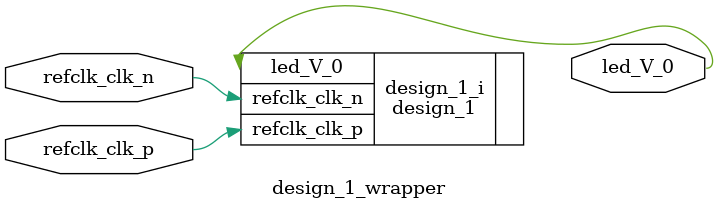
<source format=v>
`timescale 1 ps / 1 ps

module design_1_wrapper
   (led_V_0,
    refclk_clk_n,
    refclk_clk_p);
  output [0:0]led_V_0;
  input refclk_clk_n;
  input refclk_clk_p;

  wire [0:0]led_V_0;
  wire refclk_clk_n;
  wire refclk_clk_p;

  design_1 design_1_i
       (.led_V_0(led_V_0),
        .refclk_clk_n(refclk_clk_n),
        .refclk_clk_p(refclk_clk_p));
endmodule

</source>
